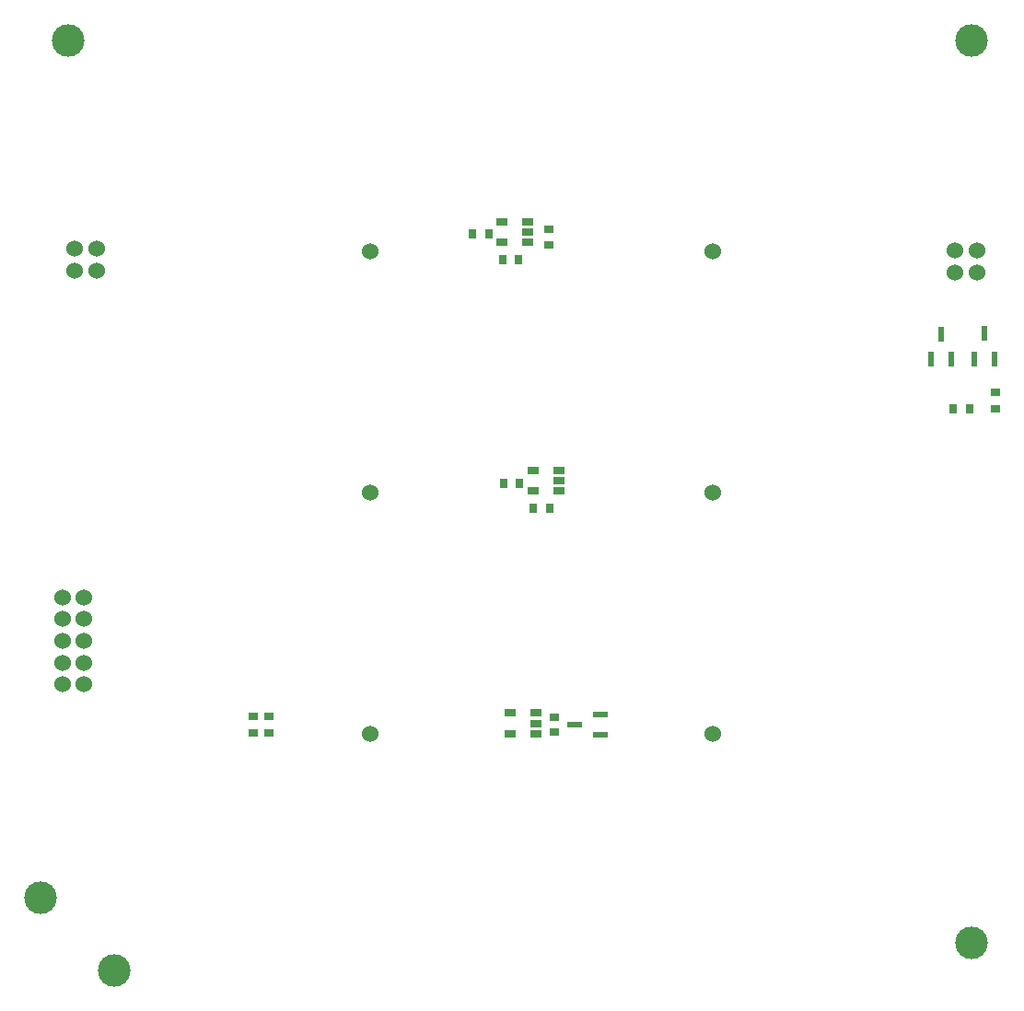
<source format=gbr>
%TF.GenerationSoftware,Altium Limited,Altium Designer,18.1.7 (191)*%
G04 Layer_Color=255*
%FSLAX43Y43*%
%MOMM*%
%TF.FileFunction,Pads,Bot*%
%TF.Part,Single*%
G01*
G75*
%TA.AperFunction,ComponentPad*%
%ADD15C,1.524*%
%TA.AperFunction,ViaPad*%
%ADD16C,3.000*%
%TA.AperFunction,SMDPad,CuDef*%
%ADD19R,0.900X0.700*%
%ADD20R,0.600X1.450*%
%ADD21R,0.700X0.900*%
%ADD22R,1.100X0.650*%
%ADD23R,1.450X0.600*%
%ADD24R,0.900X0.800*%
D15*
X32512Y46179D02*
D03*
X64012Y24000D02*
D03*
Y68358D02*
D03*
X32512D02*
D03*
Y24000D02*
D03*
X64012Y46179D02*
D03*
X6191Y28512D02*
D03*
X4191D02*
D03*
X6191Y30512D02*
D03*
X4191D02*
D03*
X6191Y32512D02*
D03*
X4191D02*
D03*
X6191Y34512D02*
D03*
X4191D02*
D03*
X6191Y36512D02*
D03*
X4191D02*
D03*
X5323Y68599D02*
D03*
Y66599D02*
D03*
X7323Y68599D02*
D03*
Y66599D02*
D03*
X88265Y68421D02*
D03*
X86265D02*
D03*
X88265Y66421D02*
D03*
X86265D02*
D03*
D16*
X8925Y2200D02*
D03*
X4725Y87750D02*
D03*
X87750D02*
D03*
Y4725D02*
D03*
X2200Y8925D02*
D03*
D19*
X21775Y24057D02*
D03*
Y25557D02*
D03*
X23200Y24057D02*
D03*
Y25557D02*
D03*
X89953Y55341D02*
D03*
Y53841D02*
D03*
D20*
X89926Y58420D02*
D03*
X88026D02*
D03*
X88976Y60770D02*
D03*
X85913Y58388D02*
D03*
X84013D02*
D03*
X84963Y60738D02*
D03*
D21*
X86119Y53841D02*
D03*
X87619D02*
D03*
X44736Y47037D02*
D03*
X46236D02*
D03*
X49011Y44737D02*
D03*
X47511D02*
D03*
X46160Y67604D02*
D03*
X44660D02*
D03*
X41885Y69904D02*
D03*
X43385D02*
D03*
D22*
X49861Y48187D02*
D03*
Y47237D02*
D03*
Y46287D02*
D03*
X47461D02*
D03*
Y48187D02*
D03*
X47722Y25886D02*
D03*
Y24936D02*
D03*
Y23986D02*
D03*
X45322D02*
D03*
Y25886D02*
D03*
X47010Y71054D02*
D03*
Y70104D02*
D03*
Y69154D02*
D03*
X44610D02*
D03*
Y71054D02*
D03*
D23*
X53622Y25761D02*
D03*
Y23861D02*
D03*
X51272Y24811D02*
D03*
D24*
X49447Y25511D02*
D03*
Y24111D02*
D03*
X48903Y68958D02*
D03*
Y70358D02*
D03*
%TF.MD5,ccf3a9b8eebdcd1b5a75353d9039d1bc*%
M02*

</source>
